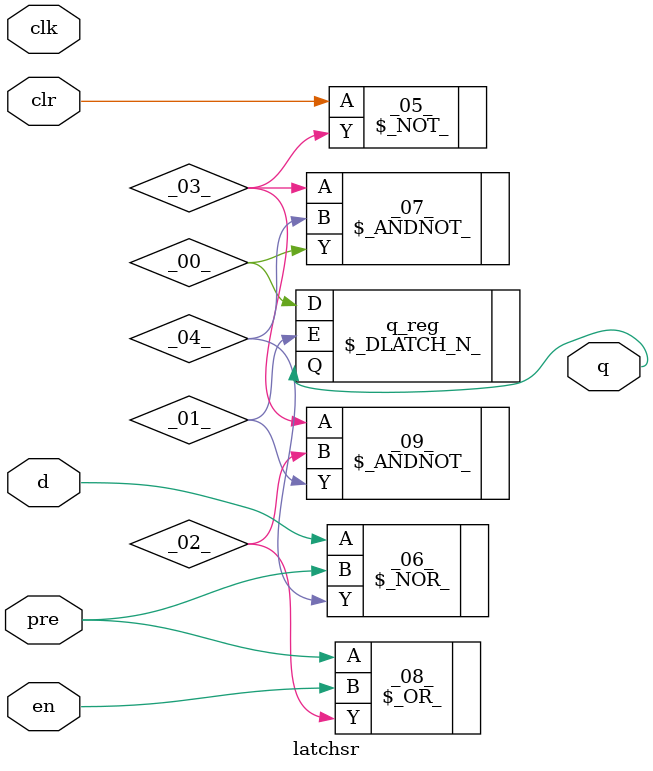
<source format=v>
/* Generated by Yosys 0.62+39 (git sha1 131911291-dirty, g++ 11.4.0-1ubuntu1~22.04.2 -Og -fPIC) */

(* top =  1  *)
(* src = "dut.sv:1.1-9.10" *)
module latchsr(d, clk, en, clr, pre, q);
  (* src = "dut.sv:1.24-1.25" *)
  input d;
  wire d;
  (* src = "dut.sv:1.27-1.30" *)
  input clk;
  wire clk;
  (* src = "dut.sv:1.32-1.34" *)
  input en;
  wire en;
  (* src = "dut.sv:1.36-1.39" *)
  input clr;
  wire clr;
  (* src = "dut.sv:1.41-1.44" *)
  input pre;
  wire pre;
  (* src = "dut.sv:1.57-1.58" *)
  output q;
  wire q;
  (* src = "dut.sv:2.2-8.11" *)
  wire _00_;
  wire _01_;
  wire _02_;
  wire _03_;
  wire _04_;
  \$_NOT_  _05_ (
    .A(clr),
    .Y(_03_)
  );
  \$_NOR_  _06_ (
    .A(d),
    .B(pre),
    .Y(_04_)
  );
  \$_ANDNOT_  _07_ (
    .A(_03_),
    .B(_04_),
    .Y(_00_)
  );
  \$_OR_  _08_ (
    .A(pre),
    .B(en),
    .Y(_02_)
  );
  \$_ANDNOT_  _09_ (
    .A(_03_),
    .B(_02_),
    .Y(_01_)
  );
  (* src = "dut.sv:2.2-8.11" *)
  \$_DLATCH_N_  q_reg /* _10_ */ (
    .D(_00_),
    .E(_01_),
    .Q(q)
  );
endmodule

</source>
